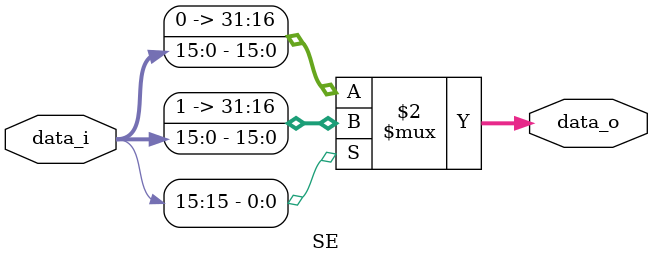
<source format=v>
module SE(
	input [15:0]data_i,
	output reg [31:0]data_o
	);
initial data_o=0;

always @(data_i)data_o=data_i[15]?{16'hFFFF,data_i}:{16'h0000,data_i};

endmodule

</source>
